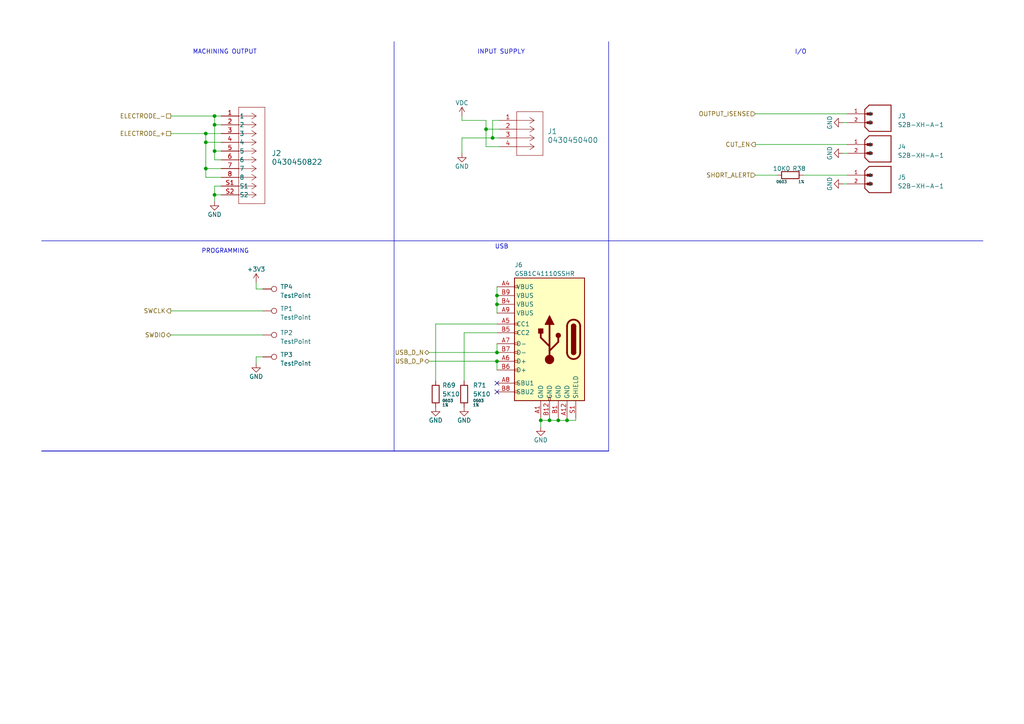
<source format=kicad_sch>
(kicad_sch (version 20230121) (generator eeschema)
  (paper "A4")
  (title_block (company "Rack Robotics, Inc.") (comment 1 "Engineering by DragonFly Power Systems") (comment 2 "Design by Rack Robotics, Inc."))
  (lib_symbols
    (symbol "0603_RES:10K0"
      (property "Reference" "R" (at 1.27 2.54 0))
      (property "Value" "10K0" (at 1.27 0.635 0))
      (property "Package Size" "0603" (at 1.27 -1.27 0))
      (property "Tolerance" "1%" (at 1.27 -2.54 0))
      (symbol "10K0_0_1"
        (rectangle (start -1.016 2.54) (end 1.016 -2.54) (stroke (width 0.254)))
      )
      (symbol "10K0_1_1"
        (pin passive line (at 0 3.81 270) (length 1.27) (name "~") (number "1"))
        (pin passive line (at 0 -3.81 90) (length 1.27) (name "~") (number "2"))
      )
    )
    (symbol "0603_RES:5K10"
      (property "Reference" "R" (at 1.27 2.54 0))
      (property "Value" "5K10" (at 1.27 0.635 0))
      (property "Package Size" "0603" (at 1.27 -1.27 0))
      (property "Tolerance" "1%" (at 1.27 -2.54 0))
      (symbol "5K10_0_1"
        (rectangle (start -1.016 2.54) (end 1.016 -2.54) (stroke (width 0.254)))
      )
      (symbol "5K10_1_1"
        (pin passive line (at 0 3.81 270) (length 1.27) (name "~") (number "1"))
        (pin passive line (at 0 -3.81 90) (length 1.27) (name "~") (number "2"))
      )
    )
    (symbol "CONNECTORS:0430450400" (pin_names (offset 0.254) hide)
      (property "Reference" "J" (at 8.89 6.35 0))
      (property "Value" "0430450400" (at 0 0 0))
      (symbol "0430450400_1_1"
        (polyline (pts (xy 5.08 -10.16) (xy 12.7 -10.16)) (stroke (width 0.127)))
        (polyline (pts (xy 5.08 2.54) (xy 5.08 -10.16)) (stroke (width 0.127)))
        (polyline (pts (xy 10.16 -7.62) (xy 5.08 -7.62)) (stroke (width 0.127)))
        (polyline (pts (xy 10.16 -7.62) (xy 8.89 -8.4667)) (stroke (width 0.127)))
        (polyline (pts (xy 10.16 -7.62) (xy 8.89 -6.7733)) (stroke (width 0.127)))
        (polyline (pts (xy 10.16 -5.08) (xy 5.08 -5.08)) (stroke (width 0.127)))
        (polyline (pts (xy 10.16 -5.08) (xy 8.89 -5.9267)) (stroke (width 0.127)))
        (polyline (pts (xy 10.16 -5.08) (xy 8.89 -4.2333)) (stroke (width 0.127)))
        (polyline (pts (xy 10.16 -2.54) (xy 5.08 -2.54)) (stroke (width 0.127)))
        (polyline (pts (xy 10.16 -2.54) (xy 8.89 -3.3867)) (stroke (width 0.127)))
        (polyline (pts (xy 10.16 -2.54) (xy 8.89 -1.6933)) (stroke (width 0.127)))
        (polyline (pts (xy 10.16 0) (xy 5.08 0)) (stroke (width 0.127)))
        (polyline (pts (xy 10.16 0) (xy 8.89 -0.8467)) (stroke (width 0.127)))
        (polyline (pts (xy 10.16 0) (xy 8.89 0.8467)) (stroke (width 0.127)))
        (polyline (pts (xy 12.7 -10.16) (xy 12.7 2.54)) (stroke (width 0.127)))
        (polyline (pts (xy 12.7 2.54) (xy 5.08 2.54)) (stroke (width 0.127)))
        (pin unspecified line (at 0 0 0) (length 5.08) (name "1") (number "1"))
        (pin unspecified line (at 0 -2.54 0) (length 5.08) (name "2") (number "2"))
        (pin unspecified line (at 0 -5.08 0) (length 5.08) (name "3") (number "3"))
        (pin unspecified line (at 0 -7.62 0) (length 5.08) (name "4") (number "4"))
      )
      (symbol "0430450400_1_2"
        (polyline (pts (xy 5.08 -15.24) (xy 12.7 -15.24)) (stroke (width 0.127)))
        (polyline (pts (xy 5.08 2.54) (xy 5.08 -15.24)) (stroke (width 0.127)))
        (polyline (pts (xy 7.62 -12.7) (xy 5.08 -12.7)) (stroke (width 0.127)))
        (polyline (pts (xy 7.62 -12.7) (xy 8.89 -13.5467)) (stroke (width 0.127)))
        (polyline (pts (xy 7.62 -12.7) (xy 8.89 -11.8533)) (stroke (width 0.127)))
        (polyline (pts (xy 7.62 -10.16) (xy 5.08 -10.16)) (stroke (width 0.127)))
        (polyline (pts (xy 7.62 -10.16) (xy 8.89 -11.0067)) (stroke (width 0.127)))
        (polyline (pts (xy 7.62 -10.16) (xy 8.89 -9.3133)) (stroke (width 0.127)))
        (polyline (pts (xy 7.62 -7.62) (xy 5.08 -7.62)) (stroke (width 0.127)))
        (polyline (pts (xy 7.62 -7.62) (xy 8.89 -8.4667)) (stroke (width 0.127)))
        (polyline (pts (xy 7.62 -7.62) (xy 8.89 -6.7733)) (stroke (width 0.127)))
        (polyline (pts (xy 7.62 -5.08) (xy 5.08 -5.08)) (stroke (width 0.127)))
        (polyline (pts (xy 7.62 -5.08) (xy 8.89 -5.9267)) (stroke (width 0.127)))
        (polyline (pts (xy 7.62 -5.08) (xy 8.89 -4.2333)) (stroke (width 0.127)))
        (polyline (pts (xy 7.62 -2.54) (xy 5.08 -2.54)) (stroke (width 0.127)))
        (polyline (pts (xy 7.62 -2.54) (xy 8.89 -3.3867)) (stroke (width 0.127)))
        (polyline (pts (xy 7.62 -2.54) (xy 8.89 -1.6933)) (stroke (width 0.127)))
        (polyline (pts (xy 7.62 0) (xy 5.08 0)) (stroke (width 0.127)))
        (polyline (pts (xy 7.62 0) (xy 8.89 -0.8467)) (stroke (width 0.127)))
        (polyline (pts (xy 7.62 0) (xy 8.89 0.8467)) (stroke (width 0.127)))
        (polyline (pts (xy 12.7 -15.24) (xy 12.7 2.54)) (stroke (width 0.127)))
        (polyline (pts (xy 12.7 2.54) (xy 5.08 2.54)) (stroke (width 0.127)))
        (pin unspecified line (at 0 0 0) (length 5.08) (name "1") (number "1"))
        (pin unspecified line (at 0 -2.54 0) (length 5.08) (name "2") (number "2"))
        (pin unspecified line (at 0 -5.08 0) (length 5.08) (name "3") (number "3"))
        (pin unspecified line (at 0 -7.62 0) (length 5.08) (name "4") (number "4"))
        (pin unspecified line (at 0 -10.16 0) (length 5.08) (name "P1") (number "P1"))
        (pin unspecified line (at 0 -12.7 0) (length 5.08) (name "P2") (number "P2"))
      )
    )
    (symbol "CONNECTORS:0430450822" (pin_names (offset 0.254))
      (property "Reference" "J" (at 6.35 6.35 0))
      (property "Value" "0430450822" (at 11.43 3.81 0))
      (symbol "0430450822_1_1"
        (polyline (pts (xy 5.08 -25.4) (xy 12.7 -25.4)) (stroke (width 0.127)))
        (polyline (pts (xy 5.08 2.54) (xy 5.08 -25.4)) (stroke (width 0.127)))
        (polyline (pts (xy 10.16 -22.86) (xy 5.08 -22.86)) (stroke (width 0.127)))
        (polyline (pts (xy 10.16 -22.86) (xy 8.89 -23.7067)) (stroke (width 0.127)))
        (polyline (pts (xy 10.16 -22.86) (xy 8.89 -22.0133)) (stroke (width 0.127)))
        (polyline (pts (xy 10.16 -20.32) (xy 5.08 -20.32)) (stroke (width 0.127)))
        (polyline (pts (xy 10.16 -20.32) (xy 8.89 -21.1667)) (stroke (width 0.127)))
        (polyline (pts (xy 10.16 -20.32) (xy 8.89 -19.4733)) (stroke (width 0.127)))
        (polyline (pts (xy 10.16 -17.78) (xy 5.08 -17.78)) (stroke (width 0.127)))
        (polyline (pts (xy 10.16 -17.78) (xy 8.89 -18.6267)) (stroke (width 0.127)))
        (polyline (pts (xy 10.16 -17.78) (xy 8.89 -16.9333)) (stroke (width 0.127)))
        (polyline (pts (xy 10.16 -15.24) (xy 5.08 -15.24)) (stroke (width 0.127)))
        (polyline (pts (xy 10.16 -15.24) (xy 8.89 -16.0867)) (stroke (width 0.127)))
        (polyline (pts (xy 10.16 -15.24) (xy 8.89 -14.3933)) (stroke (width 0.127)))
        (polyline (pts (xy 10.16 -12.7) (xy 5.08 -12.7)) (stroke (width 0.127)))
        (polyline (pts (xy 10.16 -12.7) (xy 8.89 -13.5467)) (stroke (width 0.127)))
        (polyline (pts (xy 10.16 -12.7) (xy 8.89 -11.8533)) (stroke (width 0.127)))
        (polyline (pts (xy 10.16 -10.16) (xy 5.08 -10.16)) (stroke (width 0.127)))
        (polyline (pts (xy 10.16 -10.16) (xy 8.89 -11.0067)) (stroke (width 0.127)))
        (polyline (pts (xy 10.16 -10.16) (xy 8.89 -9.3133)) (stroke (width 0.127)))
        (polyline (pts (xy 10.16 -7.62) (xy 5.08 -7.62)) (stroke (width 0.127)))
        (polyline (pts (xy 10.16 -7.62) (xy 8.89 -8.4667)) (stroke (width 0.127)))
        (polyline (pts (xy 10.16 -7.62) (xy 8.89 -6.7733)) (stroke (width 0.127)))
        (polyline (pts (xy 10.16 -5.08) (xy 5.08 -5.08)) (stroke (width 0.127)))
        (polyline (pts (xy 10.16 -5.08) (xy 8.89 -5.9267)) (stroke (width 0.127)))
        (polyline (pts (xy 10.16 -5.08) (xy 8.89 -4.2333)) (stroke (width 0.127)))
        (polyline (pts (xy 10.16 -2.54) (xy 5.08 -2.54)) (stroke (width 0.127)))
        (polyline (pts (xy 10.16 -2.54) (xy 8.89 -3.3867)) (stroke (width 0.127)))
        (polyline (pts (xy 10.16 -2.54) (xy 8.89 -1.6933)) (stroke (width 0.127)))
        (polyline (pts (xy 10.16 0) (xy 5.08 0)) (stroke (width 0.127)))
        (polyline (pts (xy 10.16 0) (xy 8.89 -0.8467)) (stroke (width 0.127)))
        (polyline (pts (xy 10.16 0) (xy 8.89 0.8467)) (stroke (width 0.127)))
        (polyline (pts (xy 12.7 -25.4) (xy 12.7 2.54)) (stroke (width 0.127)))
        (polyline (pts (xy 12.7 2.54) (xy 5.08 2.54)) (stroke (width 0.127)))
        (pin unspecified line (at 0 0 0) (length 5.08) (name "1") (number "1"))
        (pin unspecified line (at 0 -2.54 0) (length 5.08) (name "2") (number "2"))
        (pin unspecified line (at 0 -5.08 0) (length 5.08) (name "3") (number "3"))
        (pin unspecified line (at 0 -7.62 0) (length 5.08) (name "4") (number "4"))
        (pin unspecified line (at 0 -10.16 0) (length 5.08) (name "5") (number "5"))
        (pin unspecified line (at 0 -12.7 0) (length 5.08) (name "6") (number "6"))
        (pin unspecified line (at 0 -15.24 0) (length 5.08) (name "7") (number "7"))
        (pin unspecified line (at 0 -17.78 0) (length 5.08) (name "8") (number "8"))
        (pin unspecified line (at 0 -20.32 0) (length 5.08) (name "S1") (number "S1"))
        (pin unspecified line (at 0 -22.86 0) (length 5.08) (name "S2") (number "S2"))
      )
      (symbol "0430450822_1_2"
        (polyline (pts (xy 5.08 -25.4) (xy 12.7 -25.4)) (stroke (width 0.127)))
        (polyline (pts (xy 5.08 2.54) (xy 5.08 -25.4)) (stroke (width 0.127)))
        (polyline (pts (xy 7.62 -22.86) (xy 5.08 -22.86)) (stroke (width 0.127)))
        (polyline (pts (xy 7.62 -22.86) (xy 8.89 -23.7067)) (stroke (width 0.127)))
        (polyline (pts (xy 7.62 -22.86) (xy 8.89 -22.0133)) (stroke (width 0.127)))
        (polyline (pts (xy 7.62 -20.32) (xy 5.08 -20.32)) (stroke (width 0.127)))
        (polyline (pts (xy 7.62 -20.32) (xy 8.89 -21.1667)) (stroke (width 0.127)))
        (polyline (pts (xy 7.62 -20.32) (xy 8.89 -19.4733)) (stroke (width 0.127)))
        (polyline (pts (xy 7.62 -17.78) (xy 5.08 -17.78)) (stroke (width 0.127)))
        (polyline (pts (xy 7.62 -17.78) (xy 8.89 -18.6267)) (stroke (width 0.127)))
        (polyline (pts (xy 7.62 -17.78) (xy 8.89 -16.9333)) (stroke (width 0.127)))
        (polyline (pts (xy 7.62 -15.24) (xy 5.08 -15.24)) (stroke (width 0.127)))
        (polyline (pts (xy 7.62 -15.24) (xy 8.89 -16.0867)) (stroke (width 0.127)))
        (polyline (pts (xy 7.62 -15.24) (xy 8.89 -14.3933)) (stroke (width 0.127)))
        (polyline (pts (xy 7.62 -12.7) (xy 5.08 -12.7)) (stroke (width 0.127)))
        (polyline (pts (xy 7.62 -12.7) (xy 8.89 -13.5467)) (stroke (width 0.127)))
        (polyline (pts (xy 7.62 -12.7) (xy 8.89 -11.8533)) (stroke (width 0.127)))
        (polyline (pts (xy 7.62 -10.16) (xy 5.08 -10.16)) (stroke (width 0.127)))
        (polyline (pts (xy 7.62 -10.16) (xy 8.89 -11.0067)) (stroke (width 0.127)))
        (polyline (pts (xy 7.62 -10.16) (xy 8.89 -9.3133)) (stroke (width 0.127)))
        (polyline (pts (xy 7.62 -7.62) (xy 5.08 -7.62)) (stroke (width 0.127)))
        (polyline (pts (xy 7.62 -7.62) (xy 8.89 -8.4667)) (stroke (width 0.127)))
        (polyline (pts (xy 7.62 -7.62) (xy 8.89 -6.7733)) (stroke (width 0.127)))
        (polyline (pts (xy 7.62 -5.08) (xy 5.08 -5.08)) (stroke (width 0.127)))
        (polyline (pts (xy 7.62 -5.08) (xy 8.89 -5.9267)) (stroke (width 0.127)))
        (polyline (pts (xy 7.62 -5.08) (xy 8.89 -4.2333)) (stroke (width 0.127)))
        (polyline (pts (xy 7.62 -2.54) (xy 5.08 -2.54)) (stroke (width 0.127)))
        (polyline (pts (xy 7.62 -2.54) (xy 8.89 -3.3867)) (stroke (width 0.127)))
        (polyline (pts (xy 7.62 -2.54) (xy 8.89 -1.6933)) (stroke (width 0.127)))
        (polyline (pts (xy 7.62 0) (xy 5.08 0)) (stroke (width 0.127)))
        (polyline (pts (xy 7.62 0) (xy 8.89 -0.8467)) (stroke (width 0.127)))
        (polyline (pts (xy 7.62 0) (xy 8.89 0.8467)) (stroke (width 0.127)))
        (polyline (pts (xy 12.7 -25.4) (xy 12.7 2.54)) (stroke (width 0.127)))
        (polyline (pts (xy 12.7 2.54) (xy 5.08 2.54)) (stroke (width 0.127)))
        (pin unspecified line (at 0 0 0) (length 5.08) (name "1") (number "1"))
        (pin unspecified line (at 0 -2.54 0) (length 5.08) (name "2") (number "2"))
        (pin unspecified line (at 0 -5.08 0) (length 5.08) (name "3") (number "3"))
        (pin unspecified line (at 0 -7.62 0) (length 5.08) (name "4") (number "4"))
        (pin unspecified line (at 0 -10.16 0) (length 5.08) (name "5") (number "5"))
        (pin unspecified line (at 0 -12.7 0) (length 5.08) (name "6") (number "6"))
        (pin unspecified line (at 0 -15.24 0) (length 5.08) (name "7") (number "7"))
        (pin unspecified line (at 0 -17.78 0) (length 5.08) (name "8") (number "8"))
        (pin unspecified line (at 0 -20.32 0) (length 5.08) (name "S1") (number "S1"))
        (pin unspecified line (at 0 -22.86 0) (length 5.08) (name "S2") (number "S2"))
      )
    )
    (symbol "CONNECTORS:GSB1C41110SSHR"
      (property "Reference" "J" (at 1.27 3.175 0))
      (property "Value" "GSB1C41110SSHR" (at 8.89 1.27 0))
      (symbol "GSB1C41110SSHR_0_0"
        (rectangle (start 9.906 -34.544) (end 10.414 -35.56))
        (rectangle (start 20.32 -32.766) (end 19.304 -33.274))
        (rectangle (start 20.32 -30.226) (end 19.304 -30.734))
        (rectangle (start 20.32 -26.416) (end 19.304 -26.924))
        (rectangle (start 20.32 -23.876) (end 19.304 -24.384))
        (rectangle (start 20.32 -21.336) (end 19.304 -21.844))
        (rectangle (start 20.32 -18.796) (end 19.304 -19.304))
        (rectangle (start 20.32 -15.621) (end 19.304 -16.129))
        (rectangle (start 20.32 -13.081) (end 19.304 -13.589))
        (rectangle (start 20.32 -2.286) (end 19.304 -2.794))
      )
      (symbol "GSB1C41110SSHR_0_1"
        (polyline (pts (xy 1.27 -21.59) (xy 1.27 -13.97)) (stroke (width 0.508)))
        (polyline (pts (xy 5.08 -13.97) (xy 5.08 -21.59)) (stroke (width 0.508)))
        (polyline (pts (xy 10.16 -23.622) (xy 10.16 -13.462)) (stroke (width 0.508)))
        (polyline (pts (xy 10.16 -21.082) (xy 7.62 -18.542) (xy 7.62 -17.272)) (stroke (width 0.508)))
        (polyline (pts (xy 10.16 -19.812) (xy 12.7 -17.272) (xy 12.7 -16.002)) (stroke (width 0.508)))
        (polyline (pts (xy 8.89 -13.462) (xy 10.16 -10.922) (xy 11.43 -13.462) (xy 8.89 -13.462)) (stroke (width 0.254)) (fill (type outline)))
        (rectangle (start 0 0) (end 20.32 -35.56) (stroke (width 0.254)) (fill (type background)))
        (arc (start 1.27 -21.59) (mid 3.175 -23.4867) (end 5.08 -21.59) (stroke (width 0.508)))
        (arc (start 2.54 -21.59) (mid 3.175 -22.2223) (end 3.81 -21.59) (stroke (width 0.254)))
        (arc (start 2.54 -21.59) (mid 3.175 -22.2223) (end 3.81 -21.59) (stroke (width 0.254)) (fill (type outline)))
        (rectangle (start 2.54 -21.59) (end 3.81 -13.97) (stroke (width 0.254)) (fill (type outline)))
        (arc (start 3.81 -13.97) (mid 3.175 -13.3377) (end 2.54 -13.97) (stroke (width 0.254)))
        (arc (start 3.81 -13.97) (mid 3.175 -13.3377) (end 2.54 -13.97) (stroke (width 0.254)) (fill (type outline)))
        (arc (start 5.08 -13.97) (mid 3.175 -12.0733) (end 1.27 -13.97) (stroke (width 0.508)))
        (circle (center 7.62 -16.637) (radius 0.635) (stroke (width 0.254)) (fill (type outline)))
        (circle (center 10.16 -23.622) (radius 1.27) (fill (type outline)))
        (rectangle (start 12.065 -16.002) (end 13.335 -14.732) (stroke (width 0.254)) (fill (type outline)))
      )
      (symbol "GSB1C41110SSHR_1_1"
        (pin passive line (at 12.7 -40.64 90) (length 5.08) (name "GND") (number "A1"))
        (pin passive line (at 5.08 -40.64 90) (length 5.08) (name "GND") (number "A12"))
        (pin passive line (at 25.4 -2.54 180) (length 5.08) (name "VBUS") (number "A4"))
        (pin bidirectional line (at 25.4 -13.335 180) (length 5.08) (name "CC1") (number "A5"))
        (pin bidirectional line (at 25.4 -24.13 180) (length 5.08) (name "D+") (number "A6"))
        (pin bidirectional line (at 25.4 -19.05 180) (length 5.08) (name "D-") (number "A7"))
        (pin bidirectional line (at 25.4 -30.48 180) (length 5.08) (name "SBU1") (number "A8"))
        (pin passive line (at 25.4 -10.16 180) (length 5.08) (name "VBUS") (number "A9"))
        (pin passive line (at 7.62 -40.64 90) (length 5.08) (name "GND") (number "B1"))
        (pin passive line (at 10.16 -40.64 90) (length 5.08) (name "GND") (number "B12"))
        (pin passive line (at 25.4 -7.62 180) (length 5.08) (name "VBUS") (number "B4"))
        (pin bidirectional line (at 25.4 -15.875 180) (length 5.08) (name "CC2") (number "B5"))
        (pin bidirectional line (at 25.4 -26.67 180) (length 5.08) (name "D+") (number "B6"))
        (pin bidirectional line (at 25.4 -21.59 180) (length 5.08) (name "D-") (number "B7"))
        (pin bidirectional line (at 25.4 -33.02 180) (length 5.08) (name "SBU2") (number "B8"))
        (pin passive line (at 25.4 -5.08 180) (length 5.08) (name "VBUS") (number "B9"))
        (pin passive line (at 2.54 -40.64 90) (length 5.08) (name "SHIELD") (number "S1"))
      )
    )
    (symbol "CONNECTORS:S2B-XH-A-1" (pin_names (offset 1.016))
      (property "Reference" "J" (at 0 6.35 0))
      (property "Value" "S2B-XH-A-1" (at 0 -5.08 0))
      (symbol "S2B-XH-A-1_0_0"
        (polyline (pts (xy 0 -1.27) (xy 1.27 -2.54)) (stroke (width 0.254)))
        (polyline (pts (xy 0 0) (xy 1.905 0)) (stroke (width 0.254)))
        (polyline (pts (xy 0 2.54) (xy 0 -1.27)) (stroke (width 0.254)))
        (polyline (pts (xy 0 2.54) (xy 1.905 2.54)) (stroke (width 0.254)))
        (polyline (pts (xy 0 3.81) (xy 0 2.54)) (stroke (width 0.254)))
        (polyline (pts (xy 0 3.81) (xy 1.27 5.08)) (stroke (width 0.254)))
        (polyline (pts (xy 1.27 -2.54) (xy 7.62 -2.54)) (stroke (width 0.254)))
        (polyline (pts (xy 7.62 -2.54) (xy 7.62 5.08)) (stroke (width 0.254)))
        (polyline (pts (xy 7.62 5.08) (xy 1.27 5.08)) (stroke (width 0.254)))
        (rectangle (start 0.6096 -0.3048) (end 2.2098 0.3048) (fill (type outline)))
        (rectangle (start 0.6096 2.2098) (end 2.2098 2.8448) (fill (type outline)))
        (pin passive line (at -5.08 2.54 0) (length 5.08) (name "1") (number "1"))
        (pin passive line (at -5.08 0 0) (length 5.08) (name "2") (number "2"))
      )
    )
    (symbol "Connector:TestPoint" (pin_numbers hide) (pin_names (offset 0.762) hide)
      (property "Reference" "TP" (at 0 6.858 0))
      (property "Value" "TestPoint" (at 0 5.08 0))
      (symbol "TestPoint_0_1"
        (circle (center 0 3.302) (radius 0.762))
      )
      (symbol "TestPoint_1_1"
        (pin passive line (at 0 0 90) (length 2.54) (name "1") (number "1"))
      )
    )
    (symbol "power:+3V3" (power) (pin_names (offset 0))
      (property "Value" "+3V3" (at 0 3.556 0))
      (symbol "+3V3_0_1"
        (polyline (pts (xy -0.762 1.27) (xy 0 2.54)))
        (polyline (pts (xy 0 0) (xy 0 2.54)))
        (polyline (pts (xy 0 2.54) (xy 0.762 1.27)))
      )
      (symbol "+3V3_1_1"
        (pin power_in line (at 0 0 90) (length 0) hide (name "+3V3") (number "1"))
      )
    )
    (symbol "power:GND" (power) (pin_names (offset 0))
      (property "Value" "GND" (at 0 -3.81 0))
      (symbol "GND_0_1"
        (polyline (pts (xy 0 0) (xy 0 -1.27) (xy 1.27 -1.27) (xy 0 -2.54) (xy -1.27 -1.27) (xy 0 -1.27)))
      )
      (symbol "GND_1_1"
        (pin power_in line (at 0 0 270) (length 0) hide (name "GND") (number "1"))
      )
    )
    (symbol "power:VDC" (power) (pin_names (offset 0))
      (property "Value" "VDC" (at 0 6.35 0))
      (symbol "VDC_0_1"
        (polyline (pts (xy -0.762 1.27) (xy 0 2.54)))
        (polyline (pts (xy 0 0) (xy 0 2.54)))
        (polyline (pts (xy 0 2.54) (xy 0.762 1.27)))
      )
      (symbol "VDC_1_1"
        (pin power_in line (at 0 0 90) (length 0) hide (name "VDC") (number "1"))
      )
    )
  )
  (junction (at 156.845 121.92))
  (junction (at 161.925 121.92))
  (junction (at 62.23 56.515))
  (junction (at 164.465 121.92))
  (junction (at 144.145 88.265))
  (junction (at 59.69 48.895))
  (junction (at 62.23 36.195))
  (junction (at 140.97 37.465))
  (junction (at 144.145 104.775))
  (junction (at 59.69 38.735))
  (junction (at 144.145 102.235))
  (junction (at 159.385 121.92))
  (junction (at 142.875 40.005))
  (junction (at 59.69 41.275))
  (junction (at 62.23 33.655))
  (junction (at 62.23 43.815))
  (junction (at 144.145 85.725))
  (no_connect (at 144.145 113.665))
  (no_connect (at 144.145 111.125))
  (wire (pts (xy 124.46 104.775) (xy 144.145 104.775)))
  (wire (pts (xy 62.23 36.195) (xy 62.23 43.815)))
  (wire (pts (xy 59.69 51.435) (xy 59.69 48.895)))
  (wire (pts (xy 167.005 121.285) (xy 167.005 121.92)))
  (polyline (pts (xy 12.065 69.85) (xy 285.115 69.85)))
  (wire (pts (xy 49.53 97.155) (xy 76.2 97.155)))
  (polyline (pts (xy 176.53 130.81) (xy 114.3 130.81)))
  (wire (pts (xy 64.135 43.815) (xy 62.23 43.815)))
  (wire (pts (xy 49.53 33.655) (xy 62.23 33.655)))
  (wire (pts (xy 244.475 35.56) (xy 245.745 35.56)))
  (wire (pts (xy 62.23 53.975) (xy 62.23 56.515)))
  (wire (pts (xy 140.97 37.465) (xy 140.97 34.925)))
  (polyline (pts (xy 114.3 69.85) (xy 114.3 130.81)))
  (wire (pts (xy 161.925 121.285) (xy 161.925 121.92)))
  (wire (pts (xy 144.145 99.695) (xy 144.145 102.235)))
  (wire (pts (xy 233.045 50.8) (xy 245.745 50.8)))
  (wire (pts (xy 124.46 102.235) (xy 144.145 102.235)))
  (wire (pts (xy 245.745 33.02) (xy 219.075 33.02)))
  (wire (pts (xy 142.875 34.925) (xy 142.875 40.005)))
  (wire (pts (xy 244.475 53.34) (xy 245.745 53.34)))
  (wire (pts (xy 59.69 41.275) (xy 64.135 41.275)))
  (wire (pts (xy 144.145 83.185) (xy 144.145 85.725)))
  (wire (pts (xy 219.075 41.91) (xy 245.745 41.91)))
  (wire (pts (xy 144.78 40.005) (xy 142.875 40.005)))
  (wire (pts (xy 133.985 40.005) (xy 133.985 44.45)))
  (wire (pts (xy 156.845 121.285) (xy 156.845 121.92)))
  (wire (pts (xy 62.23 56.515) (xy 62.23 58.42)))
  (wire (pts (xy 74.295 81.915) (xy 74.295 83.82)))
  (wire (pts (xy 164.465 121.285) (xy 164.465 121.92)))
  (wire (pts (xy 74.295 103.505) (xy 74.295 105.41)))
  (wire (pts (xy 156.845 121.92) (xy 156.845 123.825)))
  (wire (pts (xy 62.23 33.655) (xy 62.23 36.195)))
  (wire (pts (xy 62.23 46.355) (xy 62.23 43.815)))
  (polyline (pts (xy 114.3 12.065) (xy 114.3 69.85)))
  (wire (pts (xy 161.925 121.92) (xy 159.385 121.92)))
  (wire (pts (xy 133.985 34.925) (xy 140.97 34.925)))
  (wire (pts (xy 62.23 53.975) (xy 64.135 53.975)))
  (wire (pts (xy 167.005 121.92) (xy 164.465 121.92)))
  (wire (pts (xy 64.135 46.355) (xy 62.23 46.355)))
  (wire (pts (xy 144.145 104.775) (xy 144.145 107.315)))
  (wire (pts (xy 144.78 34.925) (xy 142.875 34.925)))
  (wire (pts (xy 49.53 38.735) (xy 59.69 38.735)))
  (wire (pts (xy 219.075 50.8) (xy 225.425 50.8)))
  (wire (pts (xy 59.69 38.735) (xy 64.135 38.735)))
  (wire (pts (xy 62.23 33.655) (xy 64.135 33.655)))
  (wire (pts (xy 62.23 56.515) (xy 64.135 56.515)))
  (wire (pts (xy 159.385 121.285) (xy 159.385 121.92)))
  (wire (pts (xy 59.69 41.275) (xy 59.69 38.735)))
  (wire (pts (xy 159.385 121.92) (xy 156.845 121.92)))
  (polyline (pts (xy 176.53 12.065) (xy 176.53 69.85)))
  (wire (pts (xy 64.135 51.435) (xy 59.69 51.435)))
  (wire (pts (xy 126.365 93.98) (xy 126.365 110.49)))
  (wire (pts (xy 59.69 48.895) (xy 59.69 41.275)))
  (wire (pts (xy 144.78 42.545) (xy 140.97 42.545)))
  (wire (pts (xy 74.295 103.505) (xy 76.2 103.505)))
  (wire (pts (xy 49.53 90.17) (xy 76.2 90.17)))
  (polyline (pts (xy 12.065 130.81) (xy 114.3 130.81)))
  (polyline (pts (xy 12.065 130.81) (xy 176.53 130.81)))
  (wire (pts (xy 134.62 110.49) (xy 134.62 96.52)))
  (polyline (pts (xy 176.53 69.85) (xy 176.53 130.81)))
  (wire (pts (xy 164.465 121.92) (xy 161.925 121.92)))
  (wire (pts (xy 144.145 93.98) (xy 126.365 93.98)))
  (wire (pts (xy 144.145 88.265) (xy 144.145 90.805)))
  (wire (pts (xy 64.135 48.895) (xy 59.69 48.895)))
  (wire (pts (xy 74.295 83.82) (xy 76.2 83.82)))
  (wire (pts (xy 144.145 85.725) (xy 144.145 88.265)))
  (wire (pts (xy 133.985 33.655) (xy 133.985 34.925)))
  (wire (pts (xy 62.23 36.195) (xy 64.135 36.195)))
  (wire (pts (xy 142.875 40.005) (xy 133.985 40.005)))
  (wire (pts (xy 140.97 37.465) (xy 144.78 37.465)))
  (wire (pts (xy 244.475 44.45) (xy 245.745 44.45)))
  (wire (pts (xy 140.97 42.545) (xy 140.97 37.465)))
  (wire (pts (xy 134.62 96.52) (xy 144.145 96.52)))
  (text "I/O" (at 230.505 15.875 0) (effects (font (size 1.27 1.27)) (justify left bottom)))
  (text "MACHINING OUTPUT" (at 55.88 15.875 0) (effects (font (size 1.27 1.27)) (justify left bottom)))
  (text "USB" (at 143.51 72.39 0) (effects (font (size 1.27 1.27)) (justify left bottom)))
  (text "INPUT SUPPLY" (at 138.43 15.875 0) (effects (font (size 1.27 1.27)) (justify left bottom)))
  (text "PROGRAMMING" (at 58.42 73.66 0) (effects (font (size 1.27 1.27)) (justify left bottom)))
  (hierarchical_label "CUT_EN" (shape output) (at 219.075 41.91 180))
  (hierarchical_label "OUTPUT_ISENSE" (shape input) (at 219.075 33.02 180))
  (hierarchical_label "SHORT_ALERT" (shape input) (at 219.075 50.8 180))
  (hierarchical_label "ELECTRODE_+" (shape passive) (at 49.53 38.735 180))
  (hierarchical_label "ELECTRODE_-" (shape passive) (at 49.53 33.655 180))
  (hierarchical_label "USB_D_N" (shape bidirectional) (at 124.46 102.235 180))
  (hierarchical_label "SWDIO" (shape bidirectional) (at 49.53 97.155 180))
  (hierarchical_label "SWCLK" (shape output) (at 49.53 90.17 180))
  (hierarchical_label "USB_D_P" (shape bidirectional) (at 124.46 104.775 180))
  (symbol (lib_id "CONNECTORS:S2B-XH-A-1") (at 250.825 44.45 0) (unit 1)
    (property "Reference" "J4" (at 260.35 42.545 0) (effects (justify left)))
    (property "Value" "S2B-XH-A-1" (at 260.35 45.085 0) (effects (justify left)))
    (property "Footprint" "CONNECTORS:S2B-XH-A-1" (effects hide))
    (property "Datasheet" "https://www.jst-mfg.com/product/pdf/eng/eXH.pdf" (effects hide))
    (property "Manufacturer" "JST" (effects hide))
    (property "Part Number" "S2B-XH-A-1" (effects hide))
  )
  (symbol (lib_id "CONNECTORS:S2B-XH-A-1") (at 250.825 35.56 0) (unit 1)
    (property "Reference" "J3" (at 260.35 33.655 0) (effects (justify left)))
    (property "Value" "S2B-XH-A-1" (at 260.35 36.195 0) (effects (justify left)))
    (property "Footprint" "CONNECTORS:S2B-XH-A-1" (effects hide))
    (property "Datasheet" "https://www.jst-mfg.com/product/pdf/eng/eXH.pdf" (effects hide))
    (property "Manufacturer" "JST" (effects hide))
    (property "Part Number" "S2B-XH-A-1" (effects hide))
  )
  (symbol (lib_id "0603_RES:5K10") (at 126.365 114.3 0) (unit 1)
    (property "Reference" "R69" (at 128.27 111.76 0) (effects (justify left)))
    (property "Value" "5K10" (at 128.27 114.3 0) (effects (justify left)))
    (property "Footprint" "Resistor_SMD:R_0603_1608Metric" (effects hide))
    (property "Datasheet" "https://www.seielect.com/Catalog/SEI-RMCF_RMCP.pdf" (effects hide))
    (property "Package Size" "0603" (at 128.27 116.205 0) (effects (font (size 0.8 0.8)) (justify left)))
    (property "Tolerance" "1%" (at 128.27 117.475 0) (effects (font (size 0.8 0.8)) (justify left)))
    (property "Part Number" "RMCF0603FT5K10" (effects hide))
    (property "Manufacturer" "Stackpole" (effects hide))
  )
  (symbol (lib_id "power:GND") (at 156.845 123.825 0) (unit 1)
    (property "Reference" "#PWR093" (effects hide))
    (property "Value" "GND" (at 156.845 127.635 0))
    (instances (project "POWERCORE-V2.0_MOTHERBOARD" (path "" (reference "#PWR093") (unit 1)) (path "" (reference "#PWR0116") (unit 1)) (path "" (reference "#PWR0120") (unit 1)) (path "" (reference "#PWR036") (unit 1))))
  )
  (symbol (lib_id "CONNECTORS:GSB1C41110SSHR") (at 169.545 80.645 0) (mirror y) (unit 1)
    (property "Reference" "J6" (at 149.225 76.835 0) (effects (justify right)))
    (property "Value" "GSB1C41110SSHR" (at 149.225 79.375 0) (effects (justify right)))
    (property "Footprint" "CONNECTORS:GSB1C41110SSHR" (effects hide))
    (property "Datasheet" "https://cdn.amphenol-cs.com/media/wysiwyg/files/drawing/gsb1c41x10sshr-ax1.pdf" (effects hide))
    (property "Manufacturer" "Amphenol ICC" (effects hide))
    (property "Part Number" "GSB1C41110SSHR" (effects hide))
  )
  (symbol (lib_id "CONNECTORS:0430450400") (at 144.78 34.925 0) (unit 1)
    (property "Reference" "J1" (at 158.75 38.1 0) (effects (font (size 1.524 1.524)) (justify left)))
    (property "Value" "0430450400" (at 158.75 40.64 0) (effects (font (size 1.524 1.524)) (justify left)))
    (property "Footprint" "CONNECTORS:0430450400" (effects hide))
    (property "Datasheet" "https://tools.molex.com/pdm_docs/sd/430450400_sd.pdf" (effects hide))
    (property "Manufacturer" "Molex" (effects hide))
    (property "Part Number" "0430450400" (effects hide))
  )
  (symbol (lib_id "power:GND") (at 244.475 44.45 270) (unit 1)
    (property "Reference" "#PWR093" (effects hide))
    (property "Value" "GND" (at 240.665 44.45 0))
    (instances (project "POWERCORE-V2.0_MOTHERBOARD" (path "" (reference "#PWR093") (unit 1)) (path "" (reference "#PWR0116") (unit 1)) (path "" (reference "#PWR0120") (unit 1)) (path "" (reference "#PWR0122") (unit 1))))
  )
  (symbol (lib_id "Connector:TestPoint") (at 76.2 103.505 270) (unit 1)
    (property "Reference" "TP3" (at 81.28 102.87 90) (effects (justify left)))
    (property "Value" "TestPoint" (at 81.28 105.41 90) (effects (justify left)))
    (property "Footprint" "TestPoint:TestPoint_Pad_D1.5mm" (effects hide))
  )
  (symbol (lib_id "0603_RES:5K10") (at 134.62 114.3 0) (unit 1)
    (property "Reference" "R71" (at 137.16 111.76 0) (effects (justify left)))
    (property "Value" "5K10" (at 137.16 114.3 0) (effects (justify left)))
    (property "Footprint" "Resistor_SMD:R_0603_1608Metric" (effects hide))
    (property "Datasheet" "https://www.seielect.com/Catalog/SEI-RMCF_RMCP.pdf" (effects hide))
    (property "Package Size" "0603" (at 137.16 116.205 0) (effects (font (size 0.8 0.8)) (justify left)))
    (property "Tolerance" "1%" (at 137.16 117.475 0) (effects (font (size 0.8 0.8)) (justify left)))
    (property "Part Number" "RMCF0603FT5K10" (effects hide))
    (property "Manufacturer" "Stackpole" (effects hide))
  )
  (symbol (lib_id "power:GND") (at 62.23 58.42 0) (unit 1)
    (property "Reference" "#PWR093" (effects hide))
    (property "Value" "GND" (at 62.23 62.23 0))
    (instances (project "POWERCORE-V2.0_MOTHERBOARD" (path "" (reference "#PWR093") (unit 1)) (path "" (reference "#PWR0116") (unit 1)) (path "" (reference "#PWR0120") (unit 1)) (path "" (reference "#PWR064") (unit 1))))
  )
  (symbol (lib_id "power:GND") (at 126.365 118.11 0) (unit 1)
    (property "Reference" "#PWR093" (effects hide))
    (property "Value" "GND" (at 126.365 121.92 0))
    (instances (project "POWERCORE-V2.0_MOTHERBOARD" (path "" (reference "#PWR093") (unit 1)) (path "" (reference "#PWR0116") (unit 1)) (path "" (reference "#PWR0120") (unit 1)) (path "" (reference "#PWR0134") (unit 1))))
  )
  (symbol (lib_id "CONNECTORS:0430450822") (at 64.135 33.655 0) (unit 1)
    (property "Reference" "J2" (at 78.74 44.45 0) (effects (font (size 1.524 1.524)) (justify left)))
    (property "Value" "0430450822" (at 78.74 46.99 0) (effects (font (size 1.524 1.524)) (justify left)))
    (property "Footprint" "CONNECTORS:0430450822" (effects hide))
    (property "Datasheet" "https://www.molex.com/pdm_docs/sd/430450221_sd.pdf" (effects hide))
    (property "Manufacturer" "Molex" (effects hide))
    (property "Part Number" "0430450822" (effects hide))
  )
  (symbol (lib_id "power:GND") (at 244.475 53.34 270) (unit 1)
    (property "Reference" "#PWR093" (effects hide))
    (property "Value" "GND" (at 240.665 53.34 0))
    (instances (project "POWERCORE-V2.0_MOTHERBOARD" (path "" (reference "#PWR093") (unit 1)) (path "" (reference "#PWR0116") (unit 1)) (path "" (reference "#PWR0120") (unit 1)) (path "" (reference "#PWR0123") (unit 1))))
  )
  (symbol (lib_id "CONNECTORS:S2B-XH-A-1") (at 250.825 53.34 0) (unit 1)
    (property "Reference" "J5" (at 260.35 51.435 0) (effects (justify left)))
    (property "Value" "S2B-XH-A-1" (at 260.35 53.975 0) (effects (justify left)))
    (property "Footprint" "CONNECTORS:S2B-XH-A-1" (effects hide))
    (property "Datasheet" "https://www.jst-mfg.com/product/pdf/eng/eXH.pdf" (effects hide))
    (property "Manufacturer" "JST" (effects hide))
    (property "Part Number" "S2B-XH-A-1" (effects hide))
  )
  (symbol (lib_id "0603_RES:10K0") (at 229.235 50.8 270) (mirror x) (unit 1)
    (property "Reference" "R38" (at 231.775 48.895 90))
    (property "Value" "10K0" (at 226.695 48.895 90))
    (property "Footprint" "Resistor_SMD:R_0603_1608Metric" (effects hide))
    (property "Datasheet" "https://www.seielect.com/Catalog/SEI-RMCF_RMCP.pdf" (effects hide))
    (property "Package Size" "0603" (at 226.695 52.705 90) (effects (font (size 0.8 0.8))))
    (property "Tolerance" "1%" (at 232.41 52.705 90) (effects (font (size 0.8 0.8))))
    (property "Part Number" "RMCF0603FT10K0" (effects hide))
    (property "Manufacturer" "Stackpole" (effects hide))
    (instances (project "POWERCORE-V2.0_MOTHERBOARD" (path "" (reference "R38") (unit 1)) (path "" (reference "R82") (unit 1)) (path "" (reference "R3") (unit 1))))
  )
  (symbol (lib_id "power:+3V3") (at 74.295 81.915 0) (unit 1)
    (property "Reference" "#PWR049" (effects hide))
    (property "Value" "+3V3" (at 74.295 78.105 0))
    (instances (project "POWERCORE-V2.0_MOTHERBOARD" (path "" (reference "#PWR049") (unit 1)) (path "" (reference "#PWR0147") (unit 1))))
  )
  (symbol (lib_id "Connector:TestPoint") (at 76.2 90.17 270) (unit 1)
    (property "Reference" "TP1" (at 81.28 89.535 90) (effects (justify left)))
    (property "Value" "TestPoint" (at 81.28 92.075 90) (effects (justify left)))
    (property "Footprint" "TestPoint:TestPoint_Pad_D1.5mm" (effects hide))
  )
  (symbol (lib_id "power:VDC") (at 133.985 33.655 0) (unit 1)
    (property "Reference" "#PWR085" (effects hide))
    (property "Value" "VDC" (at 133.985 29.845 0))
    (instances (project "POWERCORE-V2.0_MOTHERBOARD" (path "" (reference "#PWR085") (unit 1)) (path "" (reference "#PWR0127") (unit 1))))
  )
  (symbol (lib_id "power:GND") (at 74.295 105.41 0) (unit 1)
    (property "Reference" "#PWR093" (effects hide))
    (property "Value" "GND" (at 74.295 109.22 0))
    (instances (project "POWERCORE-V2.0_MOTHERBOARD" (path "" (reference "#PWR093") (unit 1)) (path "" (reference "#PWR0116") (unit 1)) (path "" (reference "#PWR0120") (unit 1)) (path "" (reference "#PWR017") (unit 1))))
  )
  (symbol (lib_id "Connector:TestPoint") (at 76.2 83.82 270) (unit 1)
    (property "Reference" "TP4" (at 81.28 83.185 90) (effects (justify left)))
    (property "Value" "TestPoint" (at 81.28 85.725 90) (effects (justify left)))
    (property "Footprint" "TestPoint:TestPoint_Pad_D1.5mm" (effects hide))
  )
  (symbol (lib_id "Connector:TestPoint") (at 76.2 97.155 270) (unit 1)
    (property "Reference" "TP2" (at 81.28 96.52 90) (effects (justify left)))
    (property "Value" "TestPoint" (at 81.28 99.06 90) (effects (justify left)))
    (property "Footprint" "TestPoint:TestPoint_Pad_D1.5mm" (effects hide))
  )
  (symbol (lib_id "power:GND") (at 244.475 35.56 270) (unit 1)
    (property "Reference" "#PWR093" (effects hide))
    (property "Value" "GND" (at 240.665 35.56 0))
    (instances (project "POWERCORE-V2.0_MOTHERBOARD" (path "" (reference "#PWR093") (unit 1)) (path "" (reference "#PWR0116") (unit 1)) (path "" (reference "#PWR0120") (unit 1)) (path "" (reference "#PWR0121") (unit 1))))
  )
  (symbol (lib_id "power:GND") (at 134.62 118.11 0) (unit 1)
    (property "Reference" "#PWR093" (effects hide))
    (property "Value" "GND" (at 134.62 121.92 0))
    (instances (project "POWERCORE-V2.0_MOTHERBOARD" (path "" (reference "#PWR093") (unit 1)) (path "" (reference "#PWR0116") (unit 1)) (path "" (reference "#PWR0120") (unit 1)) (path "" (reference "#PWR0133") (unit 1))))
  )
  (symbol (lib_id "power:GND") (at 133.985 44.45 0) (unit 1)
    (property "Reference" "#PWR093" (effects hide))
    (property "Value" "GND" (at 133.985 48.26 0))
    (instances (project "POWERCORE-V2.0_MOTHERBOARD" (path "" (reference "#PWR093") (unit 1)) (path "" (reference "#PWR0116") (unit 1)) (path "" (reference "#PWR0120") (unit 1)) (path "" (reference "#PWR0126") (unit 1))))
  )
)
</source>
